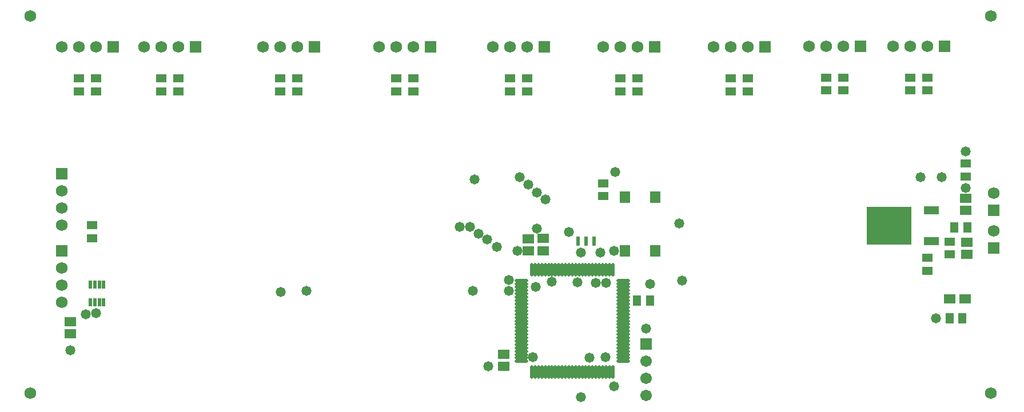
<source format=gts>
G04 Layer_Color=8388736*
%FSLAX25Y25*%
%MOIN*%
G70*
G01*
G75*
%ADD39R,0.06800X0.05800*%
%ADD40R,0.04934X0.06312*%
%ADD41R,0.06509X0.05328*%
%ADD42R,0.06312X0.04934*%
%ADD43R,0.26391X0.22453*%
%ADD44R,0.09068X0.04540*%
%ADD45R,0.02375X0.05524*%
%ADD46R,0.05918X0.06902*%
%ADD47O,0.07887X0.01981*%
%ADD48O,0.01981X0.07887*%
%ADD49R,0.02375X0.05131*%
%ADD50C,0.06706*%
%ADD51R,0.06706X0.06706*%
%ADD52C,0.06800*%
%ADD53R,0.06800X0.06800*%
%ADD54R,0.06800X0.06800*%
%ADD55C,0.05800*%
D39*
X656000Y315000D02*
D03*
X665000D02*
D03*
D40*
X656000Y303500D02*
D03*
X663480D02*
D03*
X481240Y314000D02*
D03*
X473760D02*
D03*
X666240Y356500D02*
D03*
X658760D02*
D03*
D41*
X143500Y301543D02*
D03*
Y294457D02*
D03*
X396000Y282543D02*
D03*
Y275457D02*
D03*
X419000Y343000D02*
D03*
Y350087D02*
D03*
X410500Y342957D02*
D03*
Y350043D02*
D03*
X665500Y366457D02*
D03*
Y373543D02*
D03*
X666000Y340957D02*
D03*
Y348043D02*
D03*
D42*
X454000Y374760D02*
D03*
Y382240D02*
D03*
X665500Y386260D02*
D03*
Y393740D02*
D03*
X643000Y331260D02*
D03*
Y338740D02*
D03*
X656000Y348240D02*
D03*
Y340760D02*
D03*
X148500Y443480D02*
D03*
Y436000D02*
D03*
X158500Y443480D02*
D03*
Y436000D02*
D03*
X196500Y443480D02*
D03*
Y436000D02*
D03*
X206500Y443480D02*
D03*
Y436000D02*
D03*
X265760Y443480D02*
D03*
Y436000D02*
D03*
X275760Y443480D02*
D03*
Y436000D02*
D03*
X333500Y443480D02*
D03*
Y436000D02*
D03*
X343500Y443480D02*
D03*
Y436000D02*
D03*
X399760Y443480D02*
D03*
Y436000D02*
D03*
X409760Y443480D02*
D03*
Y436000D02*
D03*
X464000Y443480D02*
D03*
Y436000D02*
D03*
X474000Y443480D02*
D03*
Y436000D02*
D03*
X528500Y443480D02*
D03*
Y436000D02*
D03*
X538500Y443480D02*
D03*
Y436000D02*
D03*
X584000Y443980D02*
D03*
Y436500D02*
D03*
X594000Y443980D02*
D03*
Y436500D02*
D03*
X643000Y443980D02*
D03*
Y436500D02*
D03*
X633000Y443980D02*
D03*
Y436500D02*
D03*
X156000Y350260D02*
D03*
Y357740D02*
D03*
D43*
X620697Y357524D02*
D03*
D44*
X645500Y366500D02*
D03*
Y348547D02*
D03*
D45*
X448724Y348500D02*
D03*
X444000D02*
D03*
X439276D02*
D03*
D46*
X484358Y374248D02*
D03*
Y342752D02*
D03*
X466642D02*
D03*
Y374248D02*
D03*
D47*
X465724Y325665D02*
D03*
Y323697D02*
D03*
Y321728D02*
D03*
Y319760D02*
D03*
Y317791D02*
D03*
Y315823D02*
D03*
Y313854D02*
D03*
Y311886D02*
D03*
Y309917D02*
D03*
Y307949D02*
D03*
Y305980D02*
D03*
Y304012D02*
D03*
Y302043D02*
D03*
Y300075D02*
D03*
Y298106D02*
D03*
Y296138D02*
D03*
Y294169D02*
D03*
Y292201D02*
D03*
Y290232D02*
D03*
Y288264D02*
D03*
Y286295D02*
D03*
Y284327D02*
D03*
Y282358D02*
D03*
Y280390D02*
D03*
Y278421D02*
D03*
X406276D02*
D03*
Y280390D02*
D03*
Y282358D02*
D03*
Y284327D02*
D03*
Y286295D02*
D03*
Y288264D02*
D03*
Y290232D02*
D03*
Y292201D02*
D03*
Y294169D02*
D03*
Y296138D02*
D03*
Y298106D02*
D03*
Y300075D02*
D03*
Y302043D02*
D03*
Y304012D02*
D03*
Y305980D02*
D03*
Y307949D02*
D03*
Y309917D02*
D03*
Y311886D02*
D03*
Y313854D02*
D03*
Y315823D02*
D03*
Y317791D02*
D03*
Y319760D02*
D03*
Y321728D02*
D03*
Y323697D02*
D03*
Y325665D02*
D03*
D48*
X459622Y272319D02*
D03*
X457654D02*
D03*
X455685D02*
D03*
X453717D02*
D03*
X451748D02*
D03*
X449780D02*
D03*
X447811D02*
D03*
X445843D02*
D03*
X443874D02*
D03*
X441905D02*
D03*
X439937D02*
D03*
X437968D02*
D03*
X436000D02*
D03*
X434031D02*
D03*
X432063D02*
D03*
X430094D02*
D03*
X428126D02*
D03*
X426158D02*
D03*
X424189D02*
D03*
X422221D02*
D03*
X420252D02*
D03*
X418284D02*
D03*
X416315D02*
D03*
X414347D02*
D03*
X412378D02*
D03*
Y331768D02*
D03*
X414347D02*
D03*
X416315D02*
D03*
X418284D02*
D03*
X420252D02*
D03*
X422221D02*
D03*
X424189D02*
D03*
X426158D02*
D03*
X428126D02*
D03*
X430094D02*
D03*
X432063D02*
D03*
X434031D02*
D03*
X436000D02*
D03*
X437968D02*
D03*
X439937D02*
D03*
X441905D02*
D03*
X443874D02*
D03*
X445843D02*
D03*
X447811D02*
D03*
X449780D02*
D03*
X451748D02*
D03*
X453717D02*
D03*
X455685D02*
D03*
X457654D02*
D03*
X459622D02*
D03*
D49*
X162839Y323236D02*
D03*
X160280D02*
D03*
X157720D02*
D03*
X155161D02*
D03*
X162839Y313000D02*
D03*
X160280D02*
D03*
X157720D02*
D03*
X155161D02*
D03*
D50*
X479000Y258500D02*
D03*
Y268500D02*
D03*
Y278500D02*
D03*
D51*
Y288500D02*
D03*
D52*
X681768Y376500D02*
D03*
Y354500D02*
D03*
X643000Y462240D02*
D03*
X633000D02*
D03*
X623000D02*
D03*
X594000D02*
D03*
X584000D02*
D03*
X574000D02*
D03*
X538500Y461740D02*
D03*
X528500D02*
D03*
X518500D02*
D03*
X474000D02*
D03*
X464000D02*
D03*
X454000D02*
D03*
X409760D02*
D03*
X399760D02*
D03*
X389760D02*
D03*
X343500D02*
D03*
X333500D02*
D03*
X323500D02*
D03*
X275760D02*
D03*
X265760D02*
D03*
X255760D02*
D03*
X206500D02*
D03*
X196500D02*
D03*
X186500D02*
D03*
X158500Y461740D02*
D03*
X148500D02*
D03*
X138500D02*
D03*
Y333000D02*
D03*
Y323000D02*
D03*
Y313000D02*
D03*
Y378000D02*
D03*
Y368000D02*
D03*
Y358000D02*
D03*
X120000Y480000D02*
D03*
Y260000D02*
D03*
X680000D02*
D03*
Y480000D02*
D03*
D53*
X681768Y366500D02*
D03*
Y344500D02*
D03*
X138500Y343000D02*
D03*
Y388000D02*
D03*
D54*
X653000Y462240D02*
D03*
X604000D02*
D03*
X548500Y461740D02*
D03*
X484000D02*
D03*
X419760D02*
D03*
X353500D02*
D03*
X285760D02*
D03*
X216500D02*
D03*
X168500Y461740D02*
D03*
D55*
X460252Y342752D02*
D03*
X479000Y297500D02*
D03*
X452500Y342000D02*
D03*
X460500Y264000D02*
D03*
X370500Y357000D02*
D03*
X420500Y373000D02*
D03*
X415500Y377000D02*
D03*
X410500Y381500D02*
D03*
X391887Y345204D02*
D03*
X386500Y349500D02*
D03*
X381500Y353000D02*
D03*
X500000Y325500D02*
D03*
X441000Y342000D02*
D03*
X404043Y342957D02*
D03*
X651500Y386000D02*
D03*
X639000D02*
D03*
X461000Y389000D02*
D03*
X415500Y356000D02*
D03*
X405500Y386000D02*
D03*
X376500Y357000D02*
D03*
X266000Y319000D02*
D03*
X281000Y319500D02*
D03*
X378000D02*
D03*
X399000D02*
D03*
X481303Y323697D02*
D03*
X498500Y359000D02*
D03*
X665500Y379500D02*
D03*
Y401000D02*
D03*
X158500Y306500D02*
D03*
X152500Y306000D02*
D03*
X143500Y285000D02*
D03*
X446000Y280500D02*
D03*
X455500Y281000D02*
D03*
X399000Y326000D02*
D03*
X387043Y275457D02*
D03*
X413000Y281000D02*
D03*
X414772Y321728D02*
D03*
X424043Y325000D02*
D03*
X439000Y324500D02*
D03*
X455685Y324315D02*
D03*
X449780Y324307D02*
D03*
X434000Y354000D02*
D03*
X379000Y384500D02*
D03*
X441000Y257500D02*
D03*
X648000Y303500D02*
D03*
M02*

</source>
